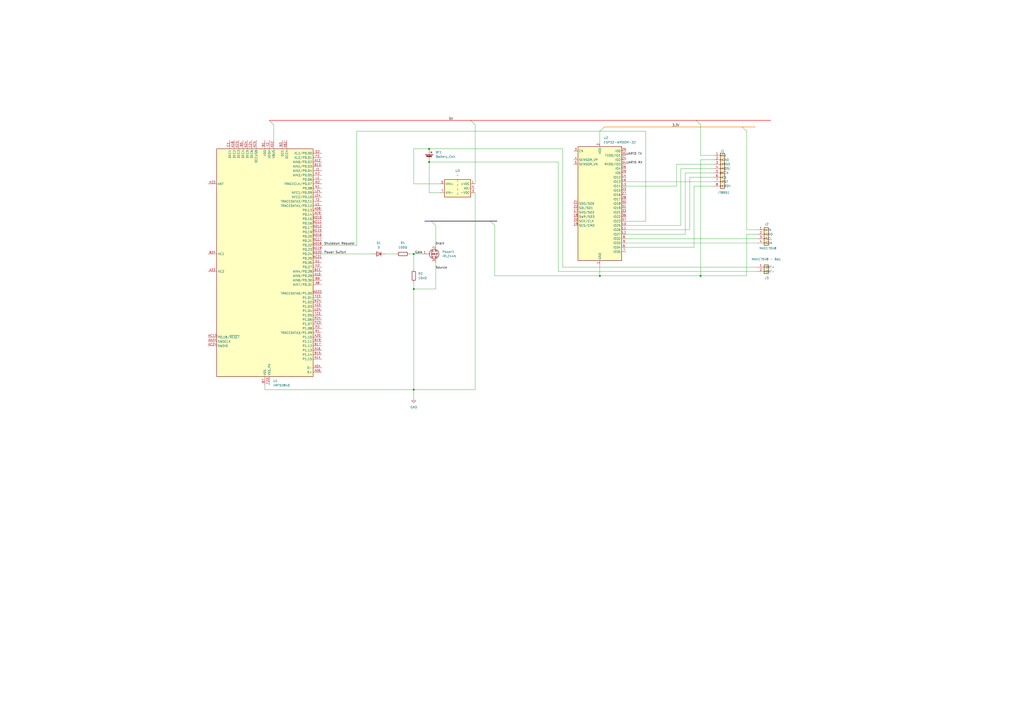
<source format=kicad_sch>
(kicad_sch (version 20231120) (generator "eeschema") (generator_version "8.0")
  (paper "A2")
  (lib_symbols
    (symbol "Connector_Generic:Conn_01x02" (pin_names (offset 1.016))
      (property "Reference" "J3" (at 0.254 -6.35 0))
      (property "Value" "MAX17048 - Bat." (at 0 4.572 0))
      (symbol "Conn_01x02_1_1"
        (rectangle (start -1.27 -2.413) (end 0 -2.667) (stroke (width 0.1524)))
        (rectangle (start -1.27 0.127) (end 0 -0.127) (stroke (width 0.1524)))
        (rectangle (start -1.27 1.27) (end 1.27 -3.81) (stroke (width 0.254)) (fill (type background)))
        (pin power_in line (at -5.08 0 0) (length 3.81) (name "BAT+") (number "1"))
        (pin power_in line (at -5.08 -2.54 0) (length 3.81) (name "BAT-") (number "2"))
      )
    )
    (symbol "Connector_Generic:Conn_01x04" (pin_names (offset 1.016))
      (property "Reference" "J2" (at -1.016 5.842 0))
      (property "Value" "MAX17048" (at -4.064 -8.128 0))
      (symbol "Conn_01x04_1_1"
        (rectangle (start -1.27 -4.953) (end 0 -5.207) (stroke (width 0.1524)))
        (rectangle (start -1.27 -2.413) (end 0 -2.667) (stroke (width 0.1524)))
        (rectangle (start -1.27 0.127) (end 0 -0.127) (stroke (width 0.1524)))
        (rectangle (start -1.27 2.667) (end 0 2.413) (stroke (width 0.1524)))
        (rectangle (start -1.27 3.81) (end 1.27 -6.35) (stroke (width 0.254)) (fill (type background)))
        (pin power_in line (at -5.08 2.54 0) (length 3.81) (name "VIN") (number "1"))
        (pin power_in line (at -5.08 0 0) (length 3.81) (name "GND") (number "2"))
        (pin input line (at -5.08 -2.54 0) (length 3.81) (name "SCL") (number "3"))
        (pin bidirectional line (at -5.08 -5.08 0) (length 3.81) (name "SDA") (number "4"))
      )
    )
    (symbol "Connector_Generic:Conn_01x08" (pin_names (offset 1.016))
      (property "Reference" "J1" (at -1.27 10.16 0))
      (property "Value" "IT8951" (at -2.54 -13.97 0))
      (symbol "Conn_01x08_1_1"
        (rectangle (start -1.27 -10.033) (end 0 -10.287) (stroke (width 0.1524)))
        (rectangle (start -1.27 -7.493) (end 0 -7.747) (stroke (width 0.1524)))
        (rectangle (start -1.27 -4.953) (end 0 -5.207) (stroke (width 0.1524)))
        (rectangle (start -1.27 -2.413) (end 0 -2.667) (stroke (width 0.1524)))
        (rectangle (start -1.27 0.127) (end 0 -0.127) (stroke (width 0.1524)))
        (rectangle (start -1.27 2.667) (end 0 2.413) (stroke (width 0.1524)))
        (rectangle (start -1.27 5.207) (end 0 4.953) (stroke (width 0.1524)))
        (rectangle (start -1.27 7.747) (end 0 7.493) (stroke (width 0.1524)))
        (rectangle (start -1.27 8.89) (end 1.27 -11.43) (stroke (width 0.254)) (fill (type background)))
        (pin power_in line (at -5.08 7.62 0) (length 3.81) (name "5V") (number "1"))
        (pin power_in line (at -5.08 5.08 0) (length 3.81) (name "GND") (number "2"))
        (pin output line (at -5.08 2.54 0) (length 3.81) (name "MISO") (number "3"))
        (pin input line (at -5.08 0 0) (length 3.81) (name "MOSI") (number "4"))
        (pin input clock (at -5.08 -2.54 0) (length 3.81) (name "SCK") (number "5"))
        (pin input line (at -5.08 -5.08 0) (length 3.81) (name "CS") (number "6"))
        (pin input line (at -5.08 -7.62 0) (length 3.81) (name "RST") (number "7"))
        (pin output line (at -5.08 -10.16 0) (length 3.81) (name "HRDY") (number "8"))
      )
    )
    (symbol "Converter_DCDC:Ag9905LP"
      (property "Reference" "U" (at -7.62 7.62 0))
      (property "Value" "Ag9905LP" (at 10.16 7.62 0))
      (symbol "Ag9905LP_0_1"
        (rectangle (start -7.62 5.08) (end 7.62 -5.08) (stroke (width 0.254)) (fill (type background)))
        (polyline (pts (xy 0 -2.54) (xy 0 -3.81)))
        (polyline (pts (xy 0 0) (xy 0 -1.27)))
        (polyline (pts (xy 0 2.54) (xy 0 1.27)))
        (polyline (pts (xy 0 5.08) (xy 0 3.81)))
      )
      (symbol "Ag9905LP_1_1"
        (pin power_out line (at 10.16 2.54 180) (length 2.54) (name "+VDC") (number "1"))
        (pin passive line (at 10.16 2.54 180) (length 2.54) hide (name "+VDC") (number "2"))
        (pin power_out line (at 10.16 -2.54 180) (length 2.54) (name "-VDC") (number "3"))
        (pin passive line (at 10.16 0 180) (length 2.54) (name "ADJ") (number "4"))
        (pin power_in line (at -10.16 2.54 0) (length 2.54) (name "VIN+") (number "5"))
        (pin passive line (at -10.16 2.54 0) (length 2.54) hide (name "VIN+") (number "6"))
        (pin power_in line (at -10.16 -2.54 0) (length 2.54) (name "VIN-") (number "7"))
        (pin passive line (at -10.16 -2.54 0) (length 2.54) hide (name "VIN-") (number "8"))
      )
    )
    (symbol "Device:Battery_Cell" (pin_numbers hide) (pin_names (offset 0) hide)
      (property "Reference" "BT" (at 2.54 2.54 0))
      (property "Value" "Battery_Cell" (at 2.54 0 0))
      (symbol "Battery_Cell_0_1"
        (rectangle (start -2.286 1.778) (end 2.286 1.524) (fill (type outline)))
        (rectangle (start -1.524 1.016) (end 1.524 0.508) (fill (type outline)))
        (polyline (pts (xy 0 0.762) (xy 0 0)))
        (polyline (pts (xy 0 1.778) (xy 0 2.54)))
        (polyline (pts (xy 0.762 3.048) (xy 1.778 3.048)) (stroke (width 0.254)))
        (polyline (pts (xy 1.27 3.556) (xy 1.27 2.54)) (stroke (width 0.254)))
      )
      (symbol "Battery_Cell_1_1"
        (pin passive line (at 0 5.08 270) (length 2.54) (name "+") (number "1"))
        (pin passive line (at 0 -2.54 90) (length 2.54) (name "-") (number "2"))
      )
    )
    (symbol "Device:D" (pin_numbers hide) (pin_names (offset 1.016) hide)
      (property "Reference" "D" (at 0 2.54 0))
      (property "Value" "D" (at 0 -2.54 0))
      (symbol "D_0_1"
        (polyline (pts (xy -1.27 1.27) (xy -1.27 -1.27)) (stroke (width 0.254)))
        (polyline (pts (xy 1.27 0) (xy -1.27 0)))
        (polyline (pts (xy 1.27 1.27) (xy 1.27 -1.27) (xy -1.27 0) (xy 1.27 1.27)) (stroke (width 0.254)))
      )
      (symbol "D_1_1"
        (pin passive line (at -3.81 0 0) (length 2.54) (name "K") (number "1"))
        (pin passive line (at 3.81 0 180) (length 2.54) (name "A") (number "2"))
      )
    )
    (symbol "Device:R" (pin_numbers hide) (pin_names (offset 0))
      (property "Reference" "R" (at 2.032 0 90))
      (property "Value" "R" (at 0 0 90))
      (symbol "R_0_1"
        (rectangle (start -1.016 -2.54) (end 1.016 2.54) (stroke (width 0.254)))
      )
      (symbol "R_1_1"
        (pin passive line (at 0 3.81 270) (length 1.27) (name "~") (number "1"))
        (pin passive line (at 0 -3.81 90) (length 1.27) (name "~") (number "2"))
      )
    )
    (symbol "MCU_Nordic:nRF52840"
      (property "Reference" "U" (at 0 5.08 0))
      (property "Value" "nRF52840" (at 0 2.54 0))
      (symbol "nRF52840_0_1"
        (rectangle (start -27.94 66.04) (end 27.94 -66.04) (stroke (width 0.254)) (fill (type background)))
      )
      (symbol "nRF52840_1_1"
        (pin bidirectional line (at 33.02 -7.62 180) (length 5.08) (name "AIN5/P0.29") (number "A10"))
        (pin bidirectional line (at 33.02 58.42 180) (length 5.08) (name "AIN0/P0.02") (number "A12"))
        (pin bidirectional line (at 33.02 -55.88 180) (length 5.08) (name "P1.15") (number "A14"))
        (pin bidirectional line (at 33.02 -50.8 180) (length 5.08) (name "P1.13") (number "A16"))
        (pin passive line (at -17.78 71.12 270) (length 5.08) (name "DEC2") (number "A18"))
        (pin bidirectional line (at 33.02 -43.18 180) (length 5.08) (name "P1.10") (number "A20"))
        (pin passive line (at 0 71.12 270) (length 5.08) hide (name "VDD") (number "A22"))
        (pin input line (at -33.02 -5.08 0) (length 5.08) (name "XC2") (number "A23"))
        (pin bidirectional line (at 33.02 -12.7 180) (length 5.08) (name "AIN7/P0.31") (number "A8"))
        (pin input line (at -33.02 -45.72 0) (length 5.08) (name "SWDCLK") (number "AA24"))
        (pin power_out line (at 12.7 71.12 270) (length 5.08) (name "DCCH") (number "AB2"))
        (pin bidirectional line (at 33.02 22.86 180) (length 5.08) (name "P0.16") (number "AC11"))
        (pin bidirectional line (at -33.02 -43.18 0) (length 5.08) (name "P0.18/~{RESET}") (number "AC13"))
        (pin bidirectional line (at 33.02 17.78 180) (length 5.08) (name "P0.19") (number "AC15"))
        (pin bidirectional line (at 33.02 12.7 180) (length 5.08) (name "P0.21") (number "AC17"))
        (pin bidirectional line (at 33.02 7.62 180) (length 5.08) (name "P0.23") (number "AC19"))
        (pin bidirectional line (at 33.02 2.54 180) (length 5.08) (name "P0.25") (number "AC21"))
        (pin bidirectional line (at -33.02 -48.26 0) (length 5.08) (name "SWDIO") (number "AC24"))
        (pin passive line (at -5.08 71.12 270) (length 5.08) (name "DECUSB") (number "AC5"))
        (pin bidirectional line (at 33.02 27.94 180) (length 5.08) (name "P0.14") (number "AC9"))
        (pin bidirectional line (at 33.02 25.4 180) (length 5.08) (name "P0.15") (number "AD10"))
        (pin bidirectional line (at 33.02 20.32 180) (length 5.08) (name "P0.17") (number "AD12"))
        (pin passive line (at 0 71.12 270) (length 5.08) hide (name "VDD") (number "AD14"))
        (pin bidirectional line (at 33.02 15.24 180) (length 5.08) (name "P0.20") (number "AD16"))
        (pin bidirectional line (at 33.02 10.16 180) (length 5.08) (name "P0.22") (number "AD18"))
        (pin power_in line (at 5.08 71.12 270) (length 5.08) (name "VBUS") (number "AD2"))
        (pin bidirectional line (at 33.02 5.08 180) (length 5.08) (name "P0.24") (number "AD20"))
        (pin bidirectional line (at 33.02 -17.78 180) (length 5.08) (name "TRACEDATA0/P1.00") (number "AD22"))
        (pin passive line (at 0 71.12 270) (length 5.08) hide (name "VDD") (number "AD23"))
        (pin bidirectional line (at 33.02 -60.96 180) (length 5.08) (name "D-") (number "AD4"))
        (pin bidirectional line (at 33.02 -63.5 180) (length 5.08) (name "D+") (number "AD6"))
        (pin bidirectional line (at 33.02 30.48 180) (length 5.08) (name "P0.13") (number "AD8"))
        (pin power_in line (at 0 71.12 270) (length 5.08) (name "VDD") (number "B1"))
        (pin bidirectional line (at 33.02 -5.08 180) (length 5.08) (name "AIN4/P0.28") (number "B11"))
        (pin bidirectional line (at 33.02 55.88 180) (length 5.08) (name "AIN1/P0.03") (number "B13"))
        (pin bidirectional line (at 33.02 -53.34 180) (length 5.08) (name "P1.14") (number "B15"))
        (pin bidirectional line (at 33.02 -48.26 180) (length 5.08) (name "P1.12") (number "B17"))
        (pin bidirectional line (at 33.02 -45.72 180) (length 5.08) (name "P1.11") (number "B19"))
        (pin input line (at -33.02 5.08 0) (length 5.08) (name "XC1") (number "B24"))
        (pin power_out line (at 10.16 71.12 270) (length 5.08) (name "DCC") (number "B3"))
        (pin passive line (at -12.7 71.12 270) (length 5.08) (name "DEC4") (number "B5"))
        (pin power_in line (at 0 -71.12 90) (length 5.08) (name "VSS") (number "B7"))
        (pin bidirectional line (at 33.02 -10.16 180) (length 5.08) (name "AIN6/P0.30") (number "B9"))
        (pin passive line (at -20.32 71.12 270) (length 5.08) (name "DEC1") (number "C1"))
        (pin bidirectional line (at 33.02 63.5 180) (length 5.08) (name "XL1/P0.00") (number "D2"))
        (pin passive line (at -15.24 71.12 270) (length 5.08) (name "DEC3") (number "D23"))
        (pin passive line (at -7.62 71.12 270) (length 5.08) (name "DEC6") (number "E24"))
        (pin passive line (at 0 -71.12 90) (length 5.08) hide (name "VSS") (number "EP"))
        (pin bidirectional line (at 33.02 60.96 180) (length 5.08) (name "XL2/P0.01") (number "F2"))
        (pin power_in line (at 2.54 -71.12 90) (length 5.08) (name "VSS_PA") (number "F23"))
        (pin bidirectional line (at 33.02 0 180) (length 5.08) (name "P0.26") (number "G1"))
        (pin bidirectional line (at 33.02 -2.54 180) (length 5.08) (name "P0.27") (number "H2"))
        (pin passive line (at -33.02 45.72 0) (length 5.08) (name "ANT") (number "H23"))
        (pin bidirectional line (at 33.02 53.34 180) (length 5.08) (name "AIN2/P0.04") (number "J1"))
        (pin bidirectional line (at 33.02 38.1 180) (length 5.08) (name "NFC2/P0.10") (number "J24"))
        (pin bidirectional line (at 33.02 50.8 180) (length 5.08) (name "AIN3/P0.05") (number "K2"))
        (pin bidirectional line (at 33.02 48.26 180) (length 5.08) (name "P0.06") (number "L1"))
        (pin bidirectional line (at 33.02 40.64 180) (length 5.08) (name "NFC1/P0.09") (number "L24"))
        (pin bidirectional line (at 33.02 45.72 180) (length 5.08) (name "TRACECLK/P0.07") (number "M2"))
        (pin bidirectional line (at 33.02 43.18 180) (length 5.08) (name "P0.08") (number "N1"))
        (pin passive line (at -10.16 71.12 270) (length 5.08) (name "DEC5") (number "N24"))
        (pin bidirectional line (at 33.02 -38.1 180) (length 5.08) (name "P1.08") (number "P2"))
        (pin bidirectional line (at 33.02 -35.56 180) (length 5.08) (name "P1.07") (number "P23"))
        (pin bidirectional line (at 33.02 -40.64 180) (length 5.08) (name "TRACEDATA3/P1.09") (number "R1"))
        (pin bidirectional line (at 33.02 -33.02 180) (length 5.08) (name "P1.06") (number "R24"))
        (pin bidirectional line (at 33.02 35.56 180) (length 5.08) (name "TRACEDATA2/P0.11") (number "T2"))
        (pin bidirectional line (at 33.02 -30.48 180) (length 5.08) (name "P1.05") (number "T23"))
        (pin bidirectional line (at 33.02 33.02 180) (length 5.08) (name "TRACEDATA1/P0.12") (number "U1"))
        (pin bidirectional line (at 33.02 -27.94 180) (length 5.08) (name "P1.04") (number "U24"))
        (pin bidirectional line (at 33.02 -25.4 180) (length 5.08) (name "P1.03") (number "V23"))
        (pin passive line (at 0 71.12 270) (length 5.08) hide (name "VDD") (number "W1"))
        (pin bidirectional line (at 33.02 -22.86 180) (length 5.08) (name "P1.02") (number "W24"))
        (pin power_in line (at 2.54 71.12 270) (length 5.08) (name "VDDH") (number "Y2"))
        (pin bidirectional line (at 33.02 -20.32 180) (length 5.08) (name "P1.01") (number "Y23"))
      )
    )
    (symbol "RF_Module:ESP32-WROOM-32"
      (property "Reference" "U" (at -12.7 34.29 0))
      (property "Value" "ESP32-WROOM-32" (at 1.27 34.29 0))
      (symbol "ESP32-WROOM-32_0_1"
        (rectangle (start -12.7 33.02) (end 12.7 -33.02) (stroke (width 0.254)) (fill (type background)))
      )
      (symbol "ESP32-WROOM-32_1_1"
        (pin power_in line (at 0 -35.56 90) (length 2.54) (name "GND") (number "1"))
        (pin bidirectional line (at 15.24 -12.7 180) (length 2.54) (name "IO25") (number "10"))
        (pin bidirectional line (at 15.24 -15.24 180) (length 2.54) (name "IO26") (number "11"))
        (pin bidirectional line (at 15.24 -17.78 180) (length 2.54) (name "IO27") (number "12"))
        (pin bidirectional line (at 15.24 10.16 180) (length 2.54) (name "IO14") (number "13"))
        (pin bidirectional line (at 15.24 15.24 180) (length 2.54) (name "IO12") (number "14"))
        (pin passive line (at 0 -35.56 90) (length 2.54) hide (name "GND") (number "15"))
        (pin bidirectional line (at 15.24 12.7 180) (length 2.54) (name "IO13") (number "16"))
        (pin bidirectional line (at -15.24 -5.08 0) (length 2.54) (name "SHD/SD2") (number "17"))
        (pin bidirectional line (at -15.24 -7.62 0) (length 2.54) (name "SWP/SD3") (number "18"))
        (pin bidirectional line (at -15.24 -12.7 0) (length 2.54) (name "SCS/CMD") (number "19"))
        (pin power_in line (at 0 35.56 270) (length 2.54) (name "VDD") (number "2"))
        (pin bidirectional line (at -15.24 -10.16 0) (length 2.54) (name "SCK/CLK") (number "20"))
        (pin bidirectional line (at -15.24 0 0) (length 2.54) (name "SDO/SD0") (number "21"))
        (pin bidirectional line (at -15.24 -2.54 0) (length 2.54) (name "SDI/SD1") (number "22"))
        (pin bidirectional line (at 15.24 7.62 180) (length 2.54) (name "IO15") (number "23"))
        (pin bidirectional line (at 15.24 25.4 180) (length 2.54) (name "IO2") (number "24"))
        (pin bidirectional line (at 15.24 30.48 180) (length 2.54) (name "IO0") (number "25"))
        (pin bidirectional line (at 15.24 20.32 180) (length 2.54) (name "IO4") (number "26"))
        (pin bidirectional line (at 15.24 5.08 180) (length 2.54) (name "IO16") (number "27"))
        (pin bidirectional line (at 15.24 2.54 180) (length 2.54) (name "IO17") (number "28"))
        (pin bidirectional line (at 15.24 17.78 180) (length 2.54) (name "IO5") (number "29"))
        (pin input line (at -15.24 30.48 0) (length 2.54) (name "EN") (number "3"))
        (pin bidirectional line (at 15.24 0 180) (length 2.54) (name "IO18") (number "30"))
        (pin bidirectional line (at 15.24 -2.54 180) (length 2.54) (name "IO19") (number "31"))
        (pin no_connect line (at -12.7 -27.94 0) (length 2.54) hide (name "NC") (number "32"))
        (pin bidirectional line (at 15.24 -5.08 180) (length 2.54) (name "IO21") (number "33"))
        (pin bidirectional line (at 15.24 22.86 180) (length 2.54) (name "RXD0/IO3") (number "34"))
        (pin bidirectional line (at 15.24 27.94 180) (length 2.54) (name "TXD0/IO1") (number "35"))
        (pin bidirectional line (at 15.24 -7.62 180) (length 2.54) (name "IO22") (number "36"))
        (pin bidirectional line (at 15.24 -10.16 180) (length 2.54) (name "IO23") (number "37"))
        (pin passive line (at 0 -35.56 90) (length 2.54) hide (name "GND") (number "38"))
        (pin passive line (at 0 -35.56 90) (length 2.54) hide (name "GND") (number "39"))
        (pin input line (at -15.24 25.4 0) (length 2.54) (name "SENSOR_VP") (number "4"))
        (pin input line (at -15.24 22.86 0) (length 2.54) (name "SENSOR_VN") (number "5"))
        (pin input line (at 15.24 -25.4 180) (length 2.54) (name "IO34") (number "6"))
        (pin input line (at 15.24 -27.94 180) (length 2.54) (name "IO35") (number "7"))
        (pin bidirectional line (at 15.24 -20.32 180) (length 2.54) (name "IO32") (number "8"))
        (pin bidirectional line (at 15.24 -22.86 180) (length 2.54) (name "IO33") (number "9"))
      )
    )
    (symbol "Transistor_FET:IRLZ44N" (pin_names hide)
      (property "Reference" "Q" (at 6.35 1.905 0))
      (property "Value" "IRLZ44N" (at 6.35 0 0))
      (symbol "IRLZ44N_0_1"
        (polyline (pts (xy 0.254 0) (xy -2.54 0)))
        (polyline (pts (xy 0.254 1.905) (xy 0.254 -1.905)) (stroke (width 0.254)))
        (polyline (pts (xy 0.762 -1.27) (xy 0.762 -2.286)) (stroke (width 0.254)))
        (polyline (pts (xy 0.762 0.508) (xy 0.762 -0.508)) (stroke (width 0.254)))
        (polyline (pts (xy 0.762 2.286) (xy 0.762 1.27)) (stroke (width 0.254)))
        (polyline (pts (xy 2.54 2.54) (xy 2.54 1.778)))
        (polyline (pts (xy 2.54 -2.54) (xy 2.54 0) (xy 0.762 0)))
        (polyline (pts (xy 0.762 -1.778) (xy 3.302 -1.778) (xy 3.302 1.778) (xy 0.762 1.778)))
        (polyline (pts (xy 1.016 0) (xy 2.032 0.381) (xy 2.032 -0.381) (xy 1.016 0)) (fill (type outline)))
        (polyline (pts (xy 2.794 0.508) (xy 2.921 0.381) (xy 3.683 0.381) (xy 3.81 0.254)))
        (polyline (pts (xy 3.302 0.381) (xy 2.921 -0.254) (xy 3.683 -0.254) (xy 3.302 0.381)))
        (circle (center 1.651 0) (radius 2.794) (stroke (width 0.254)))
        (circle (center 2.54 -1.778) (radius 0.254) (fill (type outline)))
        (circle (center 2.54 1.778) (radius 0.254) (fill (type outline)))
      )
      (symbol "IRLZ44N_1_1"
        (pin input line (at -5.08 0 0) (length 2.54) (name "G") (number "1"))
        (pin passive line (at 2.54 5.08 270) (length 2.54) (name "D") (number "2"))
        (pin passive line (at 2.54 -5.08 90) (length 2.54) (name "S") (number "3"))
      )
    )
    (symbol "power:GND" (power) (pin_names (offset 0))
      (property "Value" "GND" (at 0 -3.81 0))
      (symbol "GND_0_1"
        (polyline (pts (xy 0 0) (xy 0 -1.27) (xy 1.27 -1.27) (xy 0 -2.54) (xy -1.27 -1.27) (xy 0 -1.27)))
      )
      (symbol "GND_1_1"
        (pin power_in line (at 0 0 270) (length 0) hide (name "GND") (number "1"))
      )
    )
  )
  (junction (at 406.4 160.02))
  (junction (at 248.92 93.98))
  (junction (at 347.98 160.02))
  (junction (at 240.03 147.32))
  (junction (at 240.03 226.06))
  (junction (at 248.92 86.36))
  (junction (at 240.03 167.64))
  (bus_entry (at 430.53 73.66) (size 2.54 2.54))
  (bus_entry (at 156.21 69.85) (size 2.54 2.54))
  (bus_entry (at 284.48 128.27) (size 2.54 2.54))
  (bus_entry (at 403.86 69.85) (size 2.54 2.54))
  (bus_entry (at 273.05 69.85) (size 2.54 2.54))
  (bus_entry (at 250.19 128.27) (size 2.54 2.54))
  (bus_entry (at 347.98 76.2) (size 2.54 -2.54))
  (bus (pts (xy 284.48 128.27) (xy 288.29 128.27)) (stroke (width 0) (color 0 0 1 1)))
  (wire (pts (xy 363.22 143.51) (xy 402.59 143.51)))
  (wire (pts (xy 414.02 90.17) (xy 406.4 90.17)))
  (wire (pts (xy 363.22 133.35) (xy 400.05 133.35)))
  (wire (pts (xy 153.67 223.52) (xy 153.67 226.06)))
  (wire (pts (xy 374.65 76.2) (xy 374.65 128.27)))
  (wire (pts (xy 240.03 147.32) (xy 245.11 147.32)))
  (wire (pts (xy 255.27 106.68) (xy 240.03 106.68)))
  (wire (pts (xy 433.07 135.89) (xy 439.42 135.89)))
  (wire (pts (xy 392.43 107.95) (xy 392.43 95.25)))
  (wire (pts (xy 240.03 226.06) (xy 240.03 231.14)))
  (wire (pts (xy 406.4 160.02) (xy 347.98 160.02)))
  (wire (pts (xy 392.43 95.25) (xy 414.02 95.25)))
  (wire (pts (xy 158.75 72.39) (xy 158.75 81.28)))
  (wire (pts (xy 363.22 107.95) (xy 392.43 107.95)))
  (wire (pts (xy 394.97 130.81) (xy 394.97 97.79)))
  (wire (pts (xy 240.03 167.64) (xy 240.03 226.06)))
  (bus (pts (xy 438.15 73.66) (xy 430.53 73.66)) (stroke (width 0) (color 255 128 0 1)))
  (wire (pts (xy 406.4 160.02) (xy 433.07 160.02)))
  (wire (pts (xy 287.02 160.02) (xy 347.98 160.02)))
  (wire (pts (xy 240.03 106.68) (xy 240.03 86.36)))
  (wire (pts (xy 406.4 90.17) (xy 406.4 72.39)))
  (wire (pts (xy 394.97 97.79) (xy 414.02 97.79)))
  (wire (pts (xy 402.59 143.51) (xy 402.59 107.95)))
  (wire (pts (xy 275.59 111.76) (xy 275.59 226.06)))
  (wire (pts (xy 402.59 107.95) (xy 414.02 107.95)))
  (wire (pts (xy 248.92 86.36) (xy 326.39 86.36)))
  (wire (pts (xy 363.22 138.43) (xy 439.42 138.43)))
  (wire (pts (xy 347.98 76.2) (xy 207.01 76.2)))
  (wire (pts (xy 326.39 154.94) (xy 439.42 154.94)))
  (wire (pts (xy 223.52 147.32) (xy 229.87 147.32)))
  (wire (pts (xy 186.69 147.32) (xy 215.9 147.32)))
  (wire (pts (xy 406.4 92.71) (xy 406.4 160.02)))
  (wire (pts (xy 397.51 100.33) (xy 414.02 100.33)))
  (wire (pts (xy 414.02 92.71) (xy 406.4 92.71)))
  (wire (pts (xy 240.03 147.32) (xy 240.03 156.21)))
  (wire (pts (xy 287.02 130.81) (xy 287.02 160.02)))
  (wire (pts (xy 240.03 163.83) (xy 240.03 167.64)))
  (bus (pts (xy 403.86 69.85) (xy 447.04 69.85)) (stroke (width 0) (color 255 0 0 1)))
  (bus (pts (xy 156.21 69.85) (xy 273.05 69.85)) (stroke (width 0) (color 255 0 0 1)))
  (wire (pts (xy 323.85 93.98) (xy 323.85 157.48)))
  (wire (pts (xy 433.07 135.89) (xy 433.07 160.02)))
  (wire (pts (xy 248.92 86.36) (xy 240.03 86.36)))
  (wire (pts (xy 186.69 142.24) (xy 207.01 142.24)))
  (wire (pts (xy 237.49 147.32) (xy 240.03 147.32)))
  (wire (pts (xy 153.67 226.06) (xy 240.03 226.06)))
  (wire (pts (xy 363.22 105.41) (xy 414.02 105.41)))
  (wire (pts (xy 255.27 111.76) (xy 248.92 111.76)))
  (bus (pts (xy 350.52 73.66) (xy 430.53 73.66)) (stroke (width 0) (color 255 128 0 1)))
  (wire (pts (xy 363.22 130.81) (xy 394.97 130.81)))
  (wire (pts (xy 347.98 153.67) (xy 347.98 160.02)))
  (wire (pts (xy 397.51 135.89) (xy 397.51 100.33)))
  (wire (pts (xy 248.92 111.76) (xy 248.92 93.98)))
  (wire (pts (xy 207.01 76.2) (xy 207.01 142.24)))
  (wire (pts (xy 374.65 128.27) (xy 363.22 128.27)))
  (wire (pts (xy 347.98 76.2) (xy 347.98 82.55)))
  (wire (pts (xy 275.59 226.06) (xy 240.03 226.06)))
  (wire (pts (xy 374.65 76.2) (xy 347.98 76.2)))
  (wire (pts (xy 252.73 152.4) (xy 252.73 167.64)))
  (wire (pts (xy 240.03 167.64) (xy 252.73 167.64)))
  (wire (pts (xy 248.92 93.98) (xy 323.85 93.98)))
  (wire (pts (xy 433.07 76.2) (xy 433.07 133.35)))
  (bus (pts (xy 250.19 128.27) (xy 284.48 128.27)) (stroke (width 0) (color 0 0 1 1)))
  (wire (pts (xy 433.07 133.35) (xy 439.42 133.35)))
  (bus (pts (xy 273.05 69.85) (xy 403.86 69.85)) (stroke (width 0) (color 255 0 0 1)))
  (bus (pts (xy 246.38 128.27) (xy 250.19 128.27)))
  (wire (pts (xy 252.73 130.81) (xy 252.73 142.24)))
  (wire (pts (xy 363.22 135.89) (xy 397.51 135.89)))
  (wire (pts (xy 323.85 157.48) (xy 439.42 157.48)))
  (wire (pts (xy 400.05 133.35) (xy 400.05 102.87)))
  (wire (pts (xy 326.39 86.36) (xy 326.39 154.94)))
  (wire (pts (xy 275.59 72.39) (xy 275.59 106.68)))
  (wire (pts (xy 363.22 140.97) (xy 439.42 140.97)))
  (wire (pts (xy 400.05 102.87) (xy 414.02 102.87)))
  (label "5V" (at 260.35 69.85 0))
  (label "Gate" (at 245.11 147.32 180))
  (label "3.3V" (at 389.89 73.66 0))
  (label "UART0 TX" (at 363.22 90.17 0))
  (label "Power Switch" (at 187.96 147.32 0))
  (label "Drain" (at 252.73 142.24 0))
  (label "UART0 RX" (at 363.22 95.25 0))
  (label "Source" (at 252.73 156.21 0))
  (label "Shutdown Request" (at 187.96 142.24 0))
  (symbol (lib_id "MCU_Nordic:nRF52840") (at 153.67 152.4 0) (unit 1)
    (property "Reference" "U1" (at 158.4041 220.98 0) (effects (justify left)))
    (property "Value" "nRF52840" (at 158.4041 223.52 0) (effects (justify left)))
    (property "Footprint" "Package_DFN_QFN:Nordic_AQFN-73-1EP_7x7mm_P0.5mm" (effects (hide yes)))
    (property "Datasheet" "http://infocenter.nordicsemi.com/topic/com.nordic.infocenter.nrf52/dita/nrf52/chips/nrf52840.html" (effects (hide yes)))
  )
  (symbol (lib_id "Device:Battery_Cell") (at 248.92 91.44 0) (unit 1)
    (property "Reference" "BT1" (at 252.73 88.3284 0) (effects (justify left)))
    (property "Value" "Battery_Cell" (at 252.73 90.8684 0) (effects (justify left)))
    (property "Description" "Single-cell battery" (effects (hide yes)))
  )
  (symbol (lib_id "RF_Module:ESP32-WROOM-32") (at 347.98 118.11 0) (unit 1)
    (property "Reference" "U2" (at 350.1741 80.01 0) (effects (justify left)))
    (property "Value" "ESP32-WROOM-32" (at 350.1741 82.55 0) (effects (justify left)))
    (property "Footprint" "RF_Module:ESP32-WROOM-32" (effects (hide yes)))
    (property "Datasheet" "https://www.espressif.com/sites/default/files/documentation/esp32-wroom-32_datasheet_en.pdf" (effects (hide yes)))
  )
  (symbol (lib_id "Connector_Generic:Conn_01x02") (at 444.5 154.94 0) (unit 1)
    (property "Reference" "J3" (at 444.754 161.29 0))
    (property "Value" "MAX17048 - Bat." (at 444.5 150.368 0))
    (property "Description" "Generic connector, single row, 01x02, script generated (kicad-library-utils/schlib/autogen/connector/)" (effects (hide yes)))
  )
  (symbol (lib_id "Transistor_FET:IRLZ44N") (at 250.19 147.32 0) (unit 1)
    (property "Reference" "Power1" (at 256.54 146.05 0) (effects (justify left)))
    (property "Value" "IRLZ44N" (at 256.54 148.59 0) (effects (justify left)))
    (property "Footprint" "Package_TO_SOT_THT:TO-220-3_Vertical" (effects (hide yes)))
    (property "Datasheet" "http://www.irf.com/product-info/datasheets/data/irlz44n.pdf" (effects (hide yes)))
  )
  (symbol (lib_id "Device:R") (at 240.03 160.02 0) (unit 1)
    (property "Reference" "R2" (at 242.57 158.75 0) (effects (justify left)))
    (property "Value" "10kΩ" (at 242.57 161.29 0) (effects (justify left)))
  )
  (symbol (lib_id "Device:D") (at 219.71 147.32 180) (unit 1)
    (property "Reference" "D1" (at 219.71 140.97 0))
    (property "Value" "D" (at 219.71 143.51 0))
    (property "Description" "Diode" (effects (hide yes)))
    (property "Sim.Device" "D" (effects (hide yes)))
    (property "Sim.Pins" "1=K 2=A" (effects (hide yes)))
  )
  (symbol (lib_id "Device:R") (at 233.68 147.32 90) (unit 1)
    (property "Reference" "R1" (at 233.68 140.97 90))
    (property "Value" "100Ω" (at 233.68 143.51 90))
    (property "Footprint" "Resistor_THT:R_Axial_DIN0414_L11.9mm_D4.5mm_P20.32mm_Horizontal" (effects (hide yes)))
  )
  (symbol (lib_id "power:GND") (at 240.03 231.14 0) (unit 1)
    (property "Reference" "#PWR01" (effects (hide yes)))
    (property "Value" "GND" (at 240.03 236.22 0))
  )
  (symbol (lib_id "Connector_Generic:Conn_01x08") (at 419.1 97.79 0) (unit 1)
    (property "Reference" "J1" (at 417.83 87.63 0) (effects (justify left)))
    (property "Value" "IT8951" (at 416.56 111.76 0) (effects (justify left)))
  )
  (symbol (lib_id "Converter_DCDC:Ag9905LP") (at 265.43 109.22 0) (unit 1)
    (property "Reference" "U3" (at 265.43 99.06 0))
    (property "Value" "-" (at 265.43 101.6 0))
    (property "Footprint" "Converter_DCDC:Converter_DCDC_Silvertel_Ag99xxLP_THT" (effects (hide yes)))
    (property "Datasheet" "https://silvertel.com/images/datasheets/Ag9900M-datasheet-ultra-miniature-isolated-Power-over-Ethernet-POE-module.pdf" (effects (hide yes)))
    (property "Description" "Regulated 7W DC/DC PoE converter IEEE 802.3af, 36V-57V input, +5V Output Voltage, LP-DIL-8" (effects (hide yes)))
  )
  (symbol (lib_id "Connector_Generic:Conn_01x04") (at 444.5 135.89 0) (unit 1)
    (property "Reference" "J2" (at 443.484 130.048 0) (effects (justify left)))
    (property "Value" "MAX17048" (at 440.436 144.018 0) (effects (justify left)))
    (property "Description" "Generic connector, single row, 01x04, script generated (kicad-library-utils/schlib/autogen/connector/)" (effects (hide yes)))
  )
)
</source>
